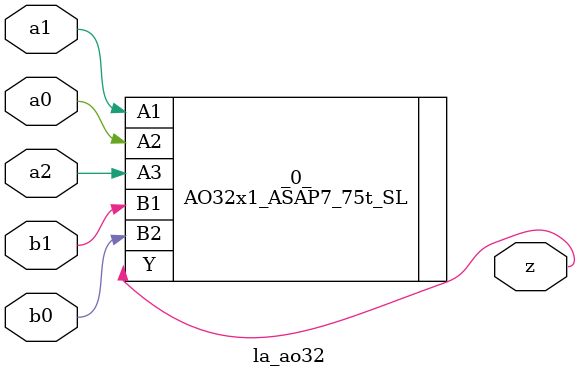
<source format=v>
/* Generated by Yosys 0.37 (git sha1 a5c7f69ed, clang 14.0.0-1ubuntu1.1 -fPIC -Os) */

module la_ao32(a0, a1, a2, b0, b1, z);
  input a0;
  wire a0;
  input a1;
  wire a1;
  input a2;
  wire a2;
  input b0;
  wire b0;
  input b1;
  wire b1;
  output z;
  wire z;
  AO32x1_ASAP7_75t_SL _0_ (
    .A1(a1),
    .A2(a0),
    .A3(a2),
    .B1(b1),
    .B2(b0),
    .Y(z)
  );
endmodule

</source>
